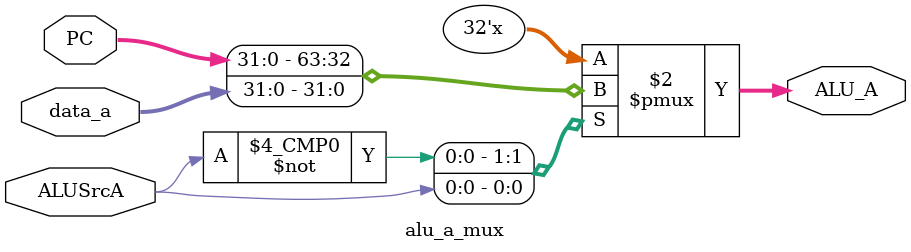
<source format=v>
`timescale 1ns / 1ps


module alu_a_mux(
    input ALUSrcA,
    input [31:0] PC,
    input [31:0] data_a,
    output reg [31:0] ALU_A
    );
    always@* begin
        case(ALUSrcA) 
            0 :  ALU_A = PC;
            1:  ALU_A = data_a;
        endcase
    end
endmodule

</source>
